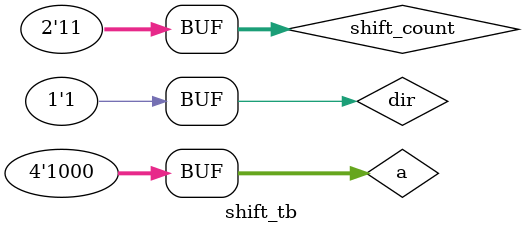
<source format=sv>
`timescale 1ns/1ps

module shift #(parameter bus = 4, bus_shift = $clog2(bus))(
	input logic [bus-1:0] a,
	input logic [bus_shift-1:0] shift_count,
	input logic dir,
	
	output logic [bus-1:0] y
	);

always @(*) begin
	if (dir)
		y = a >> shift_count;
	else
		y = a << shift_count;
end

endmodule  

// ----------------------------------------------------------------------------------------------------

module shift_tb;
	
	localparam period = 20;

	parameter bus = 4;
	parameter bus_shift = $clog2(bus);

	logic [bus-1:0] a;
	logic [bus_shift-1:0] shift_count;
	logic dir;
	
	logic [bus-1:0] y;

	shift #(bus) DUT (a, shift_count, dir, y);  

	initial begin
		a = 4'b0001;
		dir = 0;

		shift_count = 2'b00; #period;
		shift_count = 2'b01; #period;
		shift_count = 2'b10; #period;
		shift_count = 2'b11; #period;

		a = 4'b1000;
		dir = 1;
		
		shift_count = 2'b00; #period;
		shift_count = 2'b01; #period;
		shift_count = 2'b10; #period;
		shift_count = 2'b11; #period;
	end  

endmodule 
</source>
